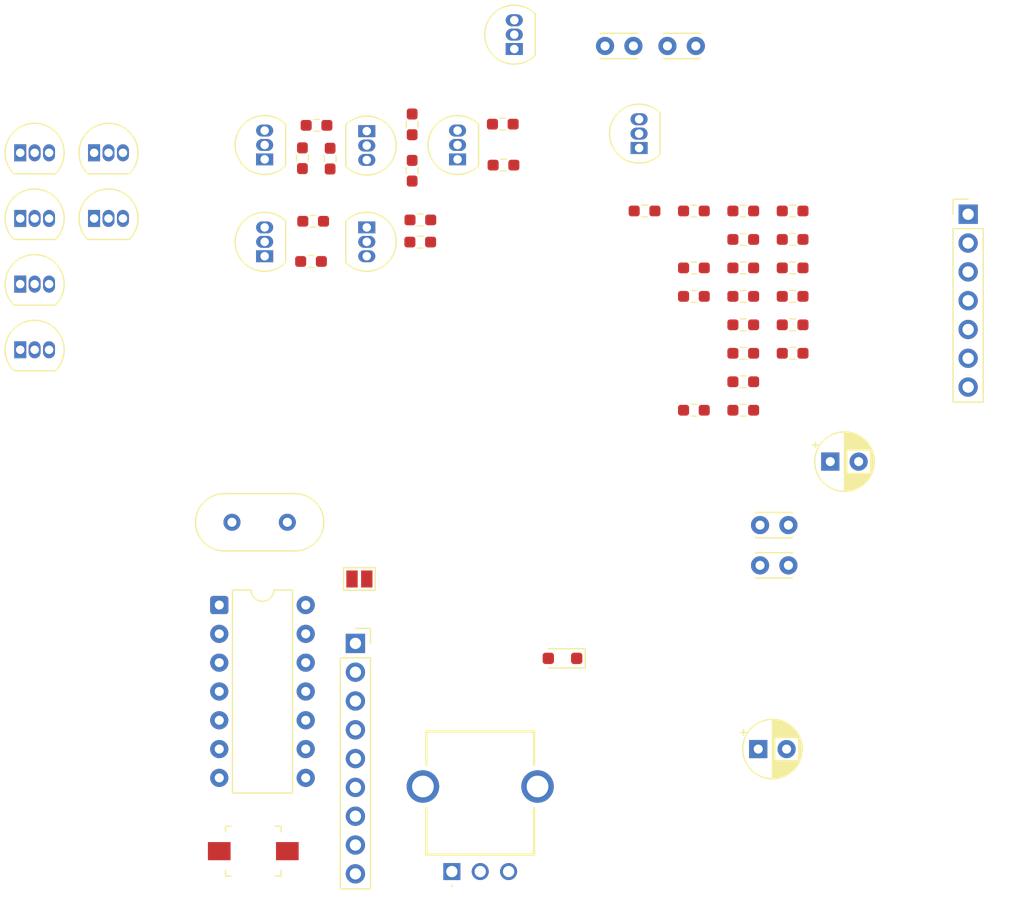
<source format=kicad_pcb>
(kicad_pcb (version 20241229) (generator "pcbnew") (generator_version "9.0")
  (layers (0 "F.Cu" signal) (2 "B.Cu" signal) (13 "F.Paste" user) (15 "B.Paste" user) (5 "F.SilkS" user "F.Silkscreen") (7 "B.SilkS" user "B.Silkscreen") (1 "F.Mask" user) (3 "B.Mask" user) (25 "Edge.Cuts" user))
  (net 0 "")
  (net 1 "Net-(Q11-B)")
  (net 2 "Net-(D11-A)")
  (net 3 "GND")
  (net 4 "+5V")
  (net 5 "U8_pin15")
  (net 6 "Net-(C39-Pad1)")
  (net 7 "Net-(U1-Oscillator_In)")
  (net 8 "Net-(C103-Pad1)")
  (net 9 "Net-(D11-K)")
  (net 10 "Vcc_OUT")
  (net 11 "SYNCH")
  (net 12 "AUDIO")
  (net 13 "RED")
  (net 14 "GREEN")
  (net 15 "BLUE")
  (net 16 "CHB")
  (net 17 "SYS_CLK_IN")
  (net 18 "ΦA")
  (net 19 "SYS_CLK_OUT")
  (net 20 "Y")
  (net 21 "ΦB")
  (net 22 "Vcc_IN")
  (net 23 "Net-(Q1-E)")
  (net 24 "Net-(Q2-C)")
  (net 25 "Net-(Q2-B)")
  (net 26 "Net-(Q2-E)")
  (net 27 "Net-(Q3-E)")
  (net 28 "Net-(Q4-E)")
  (net 29 "Net-(Q5-C)")
  (net 30 "Net-(Q5-E)")
  (net 31 "Net-(Q6-E)")
  (net 32 "Net-(Q7-E)")
  (net 33 "Net-(Q11-E)")
  (net 34 "Net-(Q8-E)")
  (net 35 "Net-(Q8-B)")
  (net 36 "Net-(Q10-B)")
  (net 37 "Net-(Q9-E)")
  (net 38 "Net-(Q11-C)")
  (net 39 "Net-(Q12-B)")
  (net 40 "SYNC")
  (footprint "Package_TO_SOT_THT:TO-92_Inline" (layer "F.Cu") (at 79.97 60.42)
    (property "Reference" "Q12")
    (property "Value" "BC559C")
    (pad "1" thru_hole rect (at 0 0) (size 1.05 1.5) (drill 0.75) (layers "*.Cu" "*.Mask") (net 36 "Net-(Q10-B)"))
    (pad "2" thru_hole oval (at 1.27 0) (size 1.05 1.5) (drill 0.75) (layers "*.Cu" "*.Mask") (net 39 "Net-(Q12-B)"))
    (pad "3" thru_hole oval (at 2.54 0) (size 1.05 1.5) (drill 0.75) (layers "*.Cu" "*.Mask") (net 3 "GND"))
  )
  (footprint "Capacitor_THT:CP_Radial_D5.0mm_P2.50mm" (layer "F.Cu") (at 138.5 113)
    (property "Reference" "C35")
    (property "Value" "10µF/16V")
    (pad "1" thru_hole rect (at 0 0) (size 1.6 1.6) (drill 0.8) (layers "*.Cu" "*.Mask") (net 2 "Net-(D11-A)"))
    (pad "2" thru_hole circle (at 2.5 0) (size 1.6 1.6) (drill 0.8) (layers "*.Cu" "*.Mask") (net 25 "Net-(Q2-B)"))
  )
  (footprint "Resistor_SMD:R_0603_1608Metric_Pad0.98x0.95mm_HandSolder" (layer "F.Cu") (at 99.572021 58)
    (property "Reference" "R28")
    (property "Value" "1KΩ")
    (pad "1" smd roundrect (at -0.9125 0) (size 0.975 0.95) (layers "F.Cu" "F.Mask" "F.Paste") (net 23 "Net-(Q1-E)"))
    (pad "2" smd roundrect (at 0.9125 0) (size 0.975 0.95) (layers "F.Cu" "F.Mask" "F.Paste") (net 24 "Net-(Q2-C)"))
  )
  (footprint "Resistor_SMD:R_0603_1608Metric_Pad0.98x0.95mm_HandSolder" (layer "F.Cu") (at 132.83 73.08)
    (property "Reference" "R36")
    (property "Value" "68Ω")
    (pad "1" smd roundrect (at -0.9125 0) (size 0.975 0.95) (layers "F.Cu" "F.Mask" "F.Paste") (net 13 "RED"))
    (pad "2" smd roundrect (at 0.9125 0) (size 0.975 0.95) (layers "F.Cu" "F.Mask" "F.Paste") (net 31 "Net-(Q6-E)"))
  )
  (footprint "Crystal:Crystal_HC49-U_Vertical" (layer "F.Cu") (at 97 93 180)
    (property "Reference" "X101")
    (property "Value" "3.579545MHz")
    (pad "1" thru_hole circle (at 0 0 180) (size 1.5 1.5) (drill 0.8) (layers "*.Cu" "*.Mask") (net 8 "Net-(C103-Pad1)"))
    (pad "2" thru_hole circle (at 4.88 0 180) (size 1.5 1.5) (drill 0.8) (layers "*.Cu" "*.Mask") (net 7 "Net-(U1-Oscillator_In)"))
  )
  (footprint "Capacitor_THT:C_Disc_D3.0mm_W2.0mm_P2.50mm" (layer "F.Cu") (at 130.5 51)
    (property "Reference" "C37")
    (property "Value" "100nF")
    (pad "1" thru_hole circle (at 0 0) (size 1.6 1.6) (drill 0.8) (layers "*.Cu" "*.Mask") (net 4 "+5V"))
    (pad "2" thru_hole circle (at 2.5 0) (size 1.6 1.6) (drill 0.8) (layers "*.Cu" "*.Mask") (net 3 "GND"))
  )
  (footprint "Package_TO_SOT_THT:TO-92_Inline" (layer "F.Cu") (at 73.46 72)
    (property "Reference" "Q9")
    (property "Value" "BC550C")
    (pad "1" thru_hole rect (at 0 0) (size 1.05 1.5) (drill 0.75) (layers "*.Cu" "*.Mask") (net 37 "Net-(Q9-E)"))
    (pad "2" thru_hole oval (at 1.27 0) (size 1.05 1.5) (drill 0.75) (layers "*.Cu" "*.Mask") (net 36 "Net-(Q10-B)"))
    (pad "3" thru_hole oval (at 2.54 0) (size 1.05 1.5) (drill 0.75) (layers "*.Cu" "*.Mask") (net 35 "Net-(Q8-B)"))
  )
  (footprint "Connector_PinSocket_2.54mm:PinSocket_1x09_P2.54mm_Vertical" (layer "F.Cu") (at 103 103.68)
    (property "Reference" "J2")
    (property "Value" "MC-10_Signals")
    (pad "1" thru_hole rect (at 0 0) (size 1.7 1.7) (drill 1) (layers "*.Cu" "*.Mask") (net 4 "+5V"))
    (pad "2" thru_hole oval (at 0 2.54) (size 1.7 1.7) (drill 1) (layers "*.Cu" "*.Mask") (net 17 "SYS_CLK_IN"))
    (pad "3" thru_hole oval (at 0 5.08) (size 1.7 1.7) (drill 1) (layers "*.Cu" "*.Mask") (net 19 "SYS_CLK_OUT"))
    (pad "4" thru_hole oval (at 0 7.62) (size 1.7 1.7) (drill 1) (layers "*.Cu" "*.Mask") (net 18 "ΦA"))
    (pad "5" thru_hole oval (at 0 10.16) (size 1.7 1.7) (drill 1) (layers "*.Cu" "*.Mask") (net 21 "ΦB"))
    (pad "6" thru_hole oval (at 0 12.7) (size 1.7 1.7) (drill 1) (layers "*.Cu" "*.Mask") (net 22 "Vcc_IN"))
    (pad "7" thru_hole oval (at 0 15.24) (size 1.7 1.7) (drill 1) (layers "*.Cu" "*.Mask") (net 3 "GND"))
    (pad "8" thru_hole oval (at 0 17.78) (size 1.7 1.7) (drill 1) (layers "*.Cu" "*.Mask") (net 16 "CHB"))
    (pad "9" thru_hole oval (at 0 20.32) (size 1.7 1.7) (drill 1) (layers "*.Cu" "*.Mask") (net 20 "Y"))
  )
  (footprint "Capacitor_THT:CP_Radial_D5.0mm_P2.50mm" (layer "F.Cu") (at 144.849775 87.65)
    (property "Reference" "C34")
    (property "Value" "10µF/16V")
    (pad "1" thru_hole rect (at 0 0) (size 1.6 1.6) (drill 0.8) (layers "*.Cu" "*.Mask") (net 2 "Net-(D11-A)"))
    (pad "2" thru_hole circle (at 2.5 0) (size 1.6 1.6) (drill 0.8) (layers "*.Cu" "*.Mask") (net 1 "Net-(Q11-B)"))
  )
  (footprint "Package_TO_SOT_THT:TO-92_Inline" (layer "F.Cu") (at 95 69.54 90)
    (property "Reference" "Q4")
    (property "Value" "BC550C")
    (pad "1" thru_hole rect (at 0 0 90) (size 1.05 1.5) (drill 0.75) (layers "*.Cu" "*.Mask") (net 28 "Net-(Q4-E)"))
    (pad "2" thru_hole oval (at 1.27 0 90) (size 1.05 1.5) (drill 0.75) (layers "*.Cu" "*.Mask") (net 18 "ΦA"))
    (pad "3" thru_hole oval (at 2.54 0 90) (size 1.05 1.5) (drill 0.75) (layers "*.Cu" "*.Mask") (net 4 "+5V"))
  )
  (footprint "Package_TO_SOT_THT:TO-92_Inline" (layer "F.Cu") (at 112 61 90)
    (property "Reference" "Q3")
    (property "Value" "BC550C")
    (pad "1" thru_hole rect (at 0 0 90) (size 1.05 1.5) (drill 0.75) (layers "*.Cu" "*.Mask") (net 27 "Net-(Q3-E)"))
    (pad "2" thru_hole oval (at 1.27 0 90) (size 1.05 1.5) (drill 0.75) (layers "*.Cu" "*.Mask") (net 26 "Net-(Q2-E)"))
    (pad "3" thru_hole oval (at 2.54 0 90) (size 1.05 1.5) (drill 0.75) (layers "*.Cu" "*.Mask") (net 4 "+5V"))
  )
  (footprint "Resistor_SMD:R_0603_1608Metric_Pad0.98x0.95mm_HandSolder" (layer "F.Cu") (at 128.48 65.55)
    (property "Reference" "R1")
    (property "Value" "100KΩ")
    (pad "1" smd roundrect (at -0.9125 0) (size 0.975 0.95) (layers "F.Cu" "F.Mask" "F.Paste") (net 4 "+5V"))
    (pad "2" smd roundrect (at 0.9125 0) (size 0.975 0.95) (layers "F.Cu" "F.Mask" "F.Paste") (net 7 "Net-(U1-Oscillator_In)"))
  )
  (footprint "Package_DIP:DIP-14_W7.62mm" (layer "F.Cu") (at 91 100.3)
    (property "Reference" "U1")
    (property "Value" "~")
    (pad "1" thru_hole roundrect (at 0 0) (size 1.6 1.6) (drill 0.8) (layers "*.Cu" "*.Mask") (roundrect_rratio 0.15625) (net 19 "SYS_CLK_OUT"))
    (pad "2" thru_hole circle (at 0 2.54) (size 1.6 1.6) (drill 0.8) (layers "*.Cu" "*.Mask") (net 7 "Net-(U1-Oscillator_In)"))
    (pad "3" thru_hole circle (at 0 5.08) (size 1.6 1.6) (drill 0.8) (layers "*.Cu" "*.Mask"))
    (pad "4" thru_hole circle (at 0 7.62) (size 1.6 1.6) (drill 0.8) (layers "*.Cu" "*.Mask") (net 3 "GND"))
    (pad "5" thru_hole circle (at 0 10.16) (size 1.6 1.6) (drill 0.8) (layers "*.Cu" "*.Mask"))
    (pad "6" thru_hole circle (at 0 12.7) (size 1.6 1.6) (drill 0.8) (layers "*.Cu" "*.Mask"))
    (pad "7" thru_hole circle (at 0 15.24) (size 1.6 1.6) (drill 0.8) (layers "*.Cu" "*.Mask"))
    (pad "8" thru_hole circle (at 7.62 15.24) (size 1.6 1.6) (drill 0.8) (layers "*.Cu" "*.Mask"))
    (pad "9" thru_hole circle (at 7.62 12.7) (size 1.6 1.6) (drill 0.8) (layers "*.Cu" "*.Mask"))
    (pad "10" thru_hole circle (at 7.62 10.16) (size 1.6 1.6) (drill 0.8) (layers "*.Cu" "*.Mask"))
    (pad "11" thru_hole circle (at 7.62 7.62) (size 1.6 1.6) (drill 0.8) (layers "*.Cu" "*.Mask") (net 4 "+5V"))
    (pad "12" thru_hole circle (at 7.62 5.08) (size 1.6 1.6) (drill 0.8) (layers "*.Cu" "*.Mask"))
    (pad "13" thru_hole circle (at 7.62 2.54) (size 1.6 1.6) (drill 0.8) (layers "*.Cu" "*.Mask"))
    (pad "14" thru_hole circle (at 7.62 0) (size 1.6 1.6) (drill 0.8) (layers "*.Cu" "*.Mask"))
  )
  (footprint "Package_TO_SOT_THT:TO-92_Inline" (layer "F.Cu") (at 104 58.511563 -90)
    (property "Reference" "Q2")
    (property "Value" "BC550C")
    (pad "1" thru_hole rect (at 0 0 270) (size 1.05 1.5) (drill 0.75) (layers "*.Cu" "*.Mask") (net 26 "Net-(Q2-E)"))
    (pad "2" thru_hole oval (at 1.27 0 270) (size 1.05 1.5) (drill 0.75) (layers "*.Cu" "*.Mask") (net 25 "Net-(Q2-B)"))
    (pad "3" thru_hole oval (at 2.54 0 270) (size 1.05 1.5) (drill 0.75) (layers "*.Cu" "*.Mask") (net 24 "Net-(Q2-C)"))
  )
  (footprint "Resistor_SMD:R_0603_1608Metric_Pad0.98x0.95mm_HandSolder" (layer "F.Cu") (at 141.53 68.06)
    (property "Reference" "R51")
    (property "Value" "330Ω")
    (pad "1" smd roundrect (at -0.9125 0) (size 0.975 0.95) (layers "F.Cu" "F.Mask" "F.Paste") (net 34 "Net-(Q8-E)"))
    (pad "2" smd roundrect (at 0.9125 0) (size 0.975 0.95) (layers "F.Cu" "F.Mask" "F.Paste") (net 3 "GND"))
  )
  (footprint "Resistor_SMD:R_0603_1608Metric_Pad0.98x0.95mm_HandSolder" (layer "F.Cu") (at 108 62 -90)
    (property "Reference" "R26")
    (property "Value" "12KΩ")
    (pad "1" smd roundrect (at -0.9125 0 270) (size 0.975 0.95) (layers "F.Cu" "F.Mask" "F.Paste") (net 25 "Net-(Q2-B)"))
    (pad "2" smd roundrect (at 0.9125 0 270) (size 0.975 0.95) (layers "F.Cu" "F.Mask" "F.Paste") (net 16 "CHB"))
  )
  (footprint "Capacitor_SMD:C_Trimmer_Murata_TZB4-B" (layer "F.Cu") (at 94 122)
    (property "Reference" "C102")
    (property "Value" "20pF")
    (pad "1" smd rect (at -3 0) (size 2 1.6) (layers "F.Cu" "F.Mask" "F.Paste") (net 7 "Net-(U1-Oscillator_In)"))
    (pad "2" smd rect (at 3 0) (size 2 1.6) (layers "F.Cu" "F.Mask" "F.Paste") (net 3 "GND"))
  )
  (footprint "Resistor_SMD:R_0603_1608Metric_Pad0.98x0.95mm_HandSolder" (layer "F.Cu") (at 116.048652 61.505609 180)
    (property "Reference" "R32")
    (property "Value" "68Ω")
    (pad "1" smd roundrect (at -0.9125 0 180) (size 0.975 0.95) (layers "F.Cu" "F.Mask" "F.Paste") (net 15 "BLUE"))
    (pad "2" smd roundrect (at 0.9125 0 180) (size 0.975 0.95) (layers "F.Cu" "F.Mask" "F.Paste") (net 27 "Net-(Q3-E)"))
  )
  (footprint "Package_TO_SOT_THT:TO-92_Inline" (layer "F.Cu") (at 128 60 90)
    (property "Reference" "Q11")
    (property "Value" "BC550C")
    (pad "1" thru_hole rect (at 0 0 90) (size 1.05 1.5) (drill 0.75) (layers "*.Cu" "*.Mask") (net 33 "Net-(Q11-E)"))
    (pad "2" thru_hole oval (at 1.27 0 90) (size 1.05 1.5) (drill 0.75) (layers "*.Cu" "*.Mask") (net 1 "Net-(Q11-B)"))
    (pad "3" thru_hole oval (at 2.54 0 90) (size 1.05 1.5) (drill 0.75) (layers "*.Cu" "*.Mask") (net 38 "Net-(Q11-C)"))
  )
  (footprint "Resistor_SMD:R_0603_1608Metric_Pad0.98x0.95mm_HandSolder" (layer "F.Cu") (at 141.53 75.59)
    (property "Reference" "R57")
    (property "Value" "10KΩ")
    (pad "1" smd roundrect (at -0.9125 0) (size 0.975 0.95) (layers "F.Cu" "F.Mask" "F.Paste") (net 3 "GND"))
    (pad "2" smd roundrect (at 0.9125 0) (size 0.975 0.95) (layers "F.Cu" "F.Mask" "F.Paste") (net 12 "AUDIO"))
  )
  (footprint "Resistor_SMD:R_0603_1608Metric_Pad0.98x0.95mm_HandSolder" (layer "F.Cu") (at 99.0875 70 180)
    (property "Reference" "R37")
    (property "Value" "4.7KΩ")
    (pad "1" smd roundrect (at -0.9125 0 180) (size 0.975 0.95) (layers "F.Cu" "F.Mask" "F.Paste") (net 3 "GND"))
    (pad "2" smd roundrect (at 0.9125 0 180) (size 0.975 0.95) (layers "F.Cu" "F.Mask" "F.Paste") (net 28 "Net-(Q4-E)"))
  )
  (footprint "Connector_PinHeader_2.54mm:PinHeader_1x07_P2.54mm_Vertical" (layer "F.Cu") (at 157 65.84)
    (property "Reference" "J1")
    (property "Value" "RGBS_Output")
    (pad "1" thru_hole rect (at 0 0) (size 1.7 1.7) (drill 1) (layers "*.Cu" "*.Mask") (net 10 "Vcc_OUT"))
    (pad "2" thru_hole oval (at 0 2.54) (size 1.7 1.7) (drill 1) (layers "*.Cu" "*.Mask") (net 3 "GND"))
    (pad "3" thru_hole oval (at 0 5.08) (size 1.7 1.7) (drill 1) (layers "*.Cu" "*.Mask") (net 13 "RED"))
    (pad "4" thru_hole oval (at 0 7.62) (size 1.7 1.7) (drill 1) (layers "*.Cu" "*.Mask") (net 11 "SYNCH"))
    (pad "5" thru_hole oval (at 0 10.16) (size 1.7 1.7) (drill 1) (layers "*.Cu" "*.Mask") (net 14 "GREEN"))
    (pad "6" thru_hole oval (at 0 12.7) (size 1.7 1.7) (drill 1) (layers "*.Cu" "*.Mask") (net 12 "AUDIO"))
    (pad "7" thru_hole oval (at 0 15.24) (size 1.7 1.7) (drill 1) (layers "*.Cu" "*.Mask") (net 15 "BLUE"))
  )
  (footprint "Resistor_SMD:R_0603_1608Metric_Pad0.98x0.95mm_HandSolder" (layer "F.Cu") (at 137.18 75.59)
    (property "Reference" "R46")
    (property "Value" "330Ω")
    (pad "1" smd roundrect (at -0.9125 0) (size 0.975 0.95) (layers "F.Cu" "F.Mask" "F.Paste") (net 3 "GND"))
    (pad "2" smd roundrect (at 0.9125 0) (size 0.975 0.95) (layers "F.Cu" "F.Mask" "F.Paste") (net 38 "Net-(Q11-C)"))
  )
  (footprint "Resistor_SMD:R_0603_1608Metric_Pad0.98x0.95mm_HandSolder" (layer "F.Cu") (at 141.53 65.55)
    (property "Reference" "R50")
    (property "Value" "1KΩ")
    (pad "1" smd roundrect (at -0.9125 0) (size 0.975 0.95) (layers "F.Cu" "F.Mask" "F.Paste") (net 37 "Net-(Q9-E)"))
    (pad "2" smd roundrect (at 0.9125 0) (size 0.975 0.95) (layers "F.Cu" "F.Mask" "F.Paste") (net 3 "GND"))
  )
  (footprint "Resistor_SMD:R_0603_1608Metric_Pad0.98x0.95mm_HandSolder" (layer "F.Cu") (at 137.18 70.57)
    (property "Reference" "R43")
    (property "Value" "3.3KΩ")
    (pad "1" smd roundrect (at -0.9125 0) (size 0.975 0.95) (layers "F.Cu" "F.Mask" "F.Paste") (net 4 "+5V"))
    (pad "2" smd roundrect (at 0.9125 0) (size 0.975 0.95) (layers "F.Cu" "F.Mask" "F.Paste") (net 33 "Net-(Q11-E)"))
  )
  (footprint "Resistor_SMD:R_0603_1608Metric_Pad0.98x0.95mm_HandSolder" (layer "F.Cu") (at 141.53 78.1)
    (property "Reference" "R101")
    (property "Value" "56KΩ")
    (pad "1" smd roundrect (at -0.9125 0) (size 0.975 0.95) (layers "F.Cu" "F.Mask" "F.Paste") (net 8 "Net-(C103-Pad1)"))
    (pad "2" smd roundrect (at 0.9125 0) (size 0.975 0.95) (layers "F.Cu" "F.Mask" "F.Paste") (net 19 "SYS_CLK_OUT"))
  )
  (footprint "Resistor_SMD:R_0603_1608Metric_Pad0.98x0.95mm_HandSolder" (layer "F.Cu") (at 141.53 73.08)
    (property "Reference" "R56")
    (property "Value" "47KΩ")
    (pad "1" smd roundrect (at -0.9125 0) (size 0.975 0.95) (layers "F.Cu" "F.Mask" "F.Paste") (net 12 "AUDIO"))
    (pad "2" smd roundrect (at 0.9125 0) (size 0.975 0.95) (layers "F.Cu" "F.Mask" "F.Paste") (net 6 "Net-(C39-Pad1)"))
  )
  (footprint "Resistor_SMD:R_0603_1608Metric_Pad0.98x0.95mm_HandSolder" (layer "F.Cu") (at 115.987836 57.893153)
    (property "Reference" "R31")
    (property "Value" "330Ω")
    (pad "1" smd roundrect (at -0.9125 0) (size 0.975 0.95) (layers "F.Cu" "F.Mask" "F.Paste") (net 27 "Net-(Q3-E)"))
    (pad "2" smd roundrect (at 0.9125 0) (size 0.975 0.95) (layers "F.Cu" "F.Mask" "F.Paste") (net 3 "GND"))
  )
  (footprint "Capacitor_THT:C_Disc_D3.0mm_W2.0mm_P2.50mm" (layer "F.Cu") (at 125 51)
    (property "Reference" "C36")
    (property "Value" "100nF")
    (pad "1" thru_hole circle (at 0 0) (size 1.6 1.6) (drill 0.8) (layers "*.Cu" "*.Mask") (net 4 "+5V"))
    (pad "2" thru_hole circle (at 2.5 0) (size 1.6 1.6) (drill 0.8) (layers "*.Cu" "*.Mask") (net 3 "GND"))
  )
  (footprint "Clueless_Engineer:PTN091V10115K1B" (layer "F.Cu") (at 111.5 123.8)
    (property "Reference" "R45")
    (property "Value" "10KΩ" (hide yes))
    (pad "1" thru_hole rect (at 0 0) (size 1.5 1.5) (drill 1) (layers "*.Cu" "*.Mask") (net 4 "+5V"))
    (pad "2" thru_hole circle (at 2.5 0) (size 1.5 1.5) (drill 1) (layers "*.Cu" "*.Mask") (net 39 "Net-(Q12-B)"))
    (pad "3" thru_hole circle (at 5 0) (size 1.5 1.5) (drill 1) (layers "*.Cu" "*.Mask") (net 17 "SYS_CLK_IN"))
    (pad "4" thru_hole circle (at -2.55 -7.5) (size 2.865 2.865) (drill 1.91) (layers "*.Cu" "*.Mask"))
    (pad "5" thru_hole circle (at 7.55 -7.5) (size 2.865 2.865) (drill 1.91) (layers "*.Cu" "*.Mask"))
  )
  (footprint "Diode_SMD:D_SOD-323_HandSoldering" (layer "F.Cu") (at 121.25 105 180)
    (property "Reference" "D11")
    (property "Value" "1N4148")
    (pad "1" smd roundrect (at -1.25 0 180) (size 1 1) (layers "F.Cu" "F.Mask" "F.Paste") (net 9 "Net-(D11-K)"))
    (pad "2" smd roundrect (at 1.25 0 180) (size 1 1) (layers "F.Cu" "F.Mask" "F.Paste") (net 2 "Net-(D11-A)"))
  )
  (footprint "Resistor_SMD:R_0603_1608Metric_Pad0.98x0.95mm_HandSolder" (layer "F.Cu") (at 108 57.9125 -90)
    (property "Reference" "R29")
    (property "Value" "3.3KΩ")
    (pad "1" smd roundrect (at -0.9125 0 270) (size 0.975 0.95) (layers "F.Cu" "F.Mask" "F.Paste") (net 4 "+5V"))
    (pad "2" smd roundrect (at 0.9125 0 270) (size 0.975 0.95) (layers "F.Cu" "F.Mask" "F.Paste") (net 26 "Net-(Q2-E)"))
  )
  (footprint "Package_TO_SOT_THT:TO-92_Inline" (layer "F.Cu") (at 73.46 77.79)
    (property "Reference" "Q10")
    (property "Value" "BC559C")
    (pad "1" thru_hole rect (at 0 0) (size 1.05 1.5) (drill 0.75) (layers "*.Cu" "*.Mask") (net 2 "Net-(D11-A)"))
    (pad "2" thru_hole oval (at 1.27 0) (size 1.05 1.5) (drill 0.75) (layers "*.Cu" "*.Mask") (net 36 "Net-(Q10-B)"))
    (pad "3" thru_hole oval (at 2.54 0) (size 1.05 1.5) (drill 0.75) (layers "*.Cu" "*.Mask") (net 3 "GND"))
  )
  (footprint "Resistor_SMD:R_0603_1608Metric_Pad0.98x0.95mm_HandSolder" (layer "F.Cu") (at 100.771266 60.933262 90)
    (property "Reference" "R30")
    (property "Value" "1KΩ")
    (pad "1" smd roundrect (at -0.9125 0 90) (size 0.975 0.95) (layers "F.Cu" "F.Mask" "F.Paste") (net 3 "GND"))
    (pad "2" smd roundrect (at 0.9125 0 90) (size 0.975 0.95) (layers "F.Cu" "F.Mask" "F.Paste") (net 24 "Net-(Q2-C)"))
  )
  (footprint "Resistor_SMD:R_0603_1608Metric_Pad0.98x0.95mm_HandSolder" (layer "F.Cu") (at 137.18 73.08)
    (property "Reference" "R44")
    (property "Value" "4.7KΩ")
    (pad "1" smd roundrect (at -0.9125 0) (size 0.975 0.95) (layers "F.Cu" "F.Mask" "F.Paste") (net 4 "+5V"))
    (pad "2" smd roundrect (at 0.9125 0) (size 0.975 0.95) (layers "F.Cu" "F.Mask" "F.Paste") (net 36 "Net-(Q10-B)"))
  )
  (footprint "Resistor_SMD:R_0603_1608Metric_Pad0.98x0.95mm_HandSolder" (layer "F.Cu") (at 141.53 70.57)
    (property "Reference" "R52")
    (property "Value" "68Ω")
    (pad "1" smd roundrect (at -0.9125 0) (size 0.975 0.95) (layers "F.Cu" "F.Mask" "F.Paste") (net 34 "Net-(Q8-E)"))
    (pad "2" smd roundrect (at 0.9125 0) (size 0.975 0.95) (layers "F.Cu" "F.Mask" "F.Paste") (net 40 "SYNC"))
  )
  (footprint "Resistor_SMD:R_0603_1608Metric_Pad0.98x0.95mm_HandSolder" (layer "F.Cu") (at 132.83 70.57)
    (property "Reference" "R35")
    (property "Value" "330Ω")
    (pad "1" smd roundrect (at -0.9125 0) (size 0.975 0.95) (layers "F.Cu" "F.Mask" "F.Paste") (net 31 "Net-(Q6-E)"))
    (pad "2" smd roundrect (at 0.9125 0) (size 0.975 0.95) (layers "F.Cu" "F.Mask" "F.Paste") (net 3 "GND"))
  )
  (footprint "Resistor_SMD:R_0603_1608Metric_Pad0.98x0.95mm_HandSolder" (layer "F.Cu") (at 132.83 65.55)
    (property "Reference" "R33")
    (property "Value" "22KΩ")
    (pad "1" smd roundrect (at -0.9125 0) (size 0.975 0.95) (layers "F.Cu" "F.Mask" "F.Paste") (net 16 "CHB"))
    (pad "2" smd roundrect (at 0.9125 0) (size 0.975 0.95) (layers "F.Cu" "F.Mask" "F.Paste") (net 1 "Net-(Q11-B)"))
  )
  (footprint "Package_TO_SOT_THT:TO-92_Inline" (layer "F.Cu") (at 104 67 -90)
    (property "Reference" "Q5")
    (property "Value" "BC550C")
    (pad "1" thru_hole rect (at 0 0 270) (size 1.05 1.5) (drill 0.75) (layers "*.Cu" "*.Mask") (net 30 "Net-(Q5-E)"))
    (pad "2" thru_hole oval (at 1.27 0 270) (size 1.05 1.5) (drill 0.75) (layers "*.Cu" "*.Mask") (net 25 "Net-(Q2-B)"))
    (pad "3" thru_hole oval (at 2.54 0 270) (size 1.05 1.5) (drill 0.75) (layers "*.Cu" "*.Mask") (net 29 "Net-(Q5-C)"))
  )
  (footprint "Package_TO_SOT_THT:TO-92_Inline" (layer "F.Cu") (at 73.46 66.21)
    (property "Reference" "Q8")
    (property "Value" "BC550C")
    (pad "1" thru_hole rect (at 0 0) (size 1.05 1.5) (drill 0.75) (layers "*.Cu" "*.Mask") (net 34 "Net-(Q8-E)"))
    (pad "2" thru_hole oval (at 1.27 0) (size 1.05 1.5) (drill 0.75) (layers "*.Cu" "*.Mask") (net 35 "Net-(Q8-B)"))
    (pad "3" thru_hole oval (at 2.54 0) (size 1.05 1.5) (drill 0.75) (layers "*.Cu" "*.Mask") (net 4 "+5V"))
  )
  (footprint "Resistor_SMD:R_0603_1608Metric_Pad0.98x0.95mm_HandSolder" (layer "F.Cu") (at 132.83 83.12)
    (property "Reference" "R40")
    (property "Value" "330Ω")
    (pad "1" smd roundrect (at -0.9125 0) (size 0.975 0.95) (layers "F.Cu" "F.Mask" "F.Paste") (net 32 "Net-(Q7-E)"))
    (pad "2" smd roundrect (at 0.9125 0) (size 0.975 0.95) (layers "F.Cu" "F.Mask" "F.Paste") (net 3 "GND"))
  )
  (footprint "Resistor_SMD:R_0603_1608Metric_Pad0.98x0.95mm_HandSolder" (layer "F.Cu") (at 98.328574 60.897602 90)
    (property "Reference" "R27")
    (property "Value" "4.7KΩ")
    (pad "1" smd roundrect (at -0.9125 0 90) (size 0.975 0.95) (layers "F.Cu" "F.Mask" "F.Paste") (net 3 "GND"))
    (pad "2" smd roundrect (at 0.9125 0 90) (size 0.975 0.95) (layers "F.Cu" "F.Mask" "F.Paste") (net 23 "Net-(Q1-E)"))
  )
  (footprint "Package_TO_SOT_THT:TO-92_Inline" (layer "F.Cu") (at 73.46 60.42)
    (property "Reference" "Q7")
    (property "Value" "BC550C")
    (pad "1" thru_hole rect (at 0 0) (size 1.05 1.5) (drill 0.75) (layers "*.Cu" "*.Mask") (net 32 "Net-(Q7-E)"))
    (pad "2" thru_hole oval (at 1.27 0) (size 1.05 1.5) (drill 0.75) (layers "*.Cu" "*.Mask") (net 33 "Net-(Q11-E)"))
    (pad "3" thru_hole oval (at 2.54 0) (size 1.05 1.5) (drill 0.75) (layers "*.Cu" "*.Mask") (net 4 "+5V"))
  )
  (footprint "Capacitor_THT:C_Disc_D3.0mm_W2.0mm_P2.50mm" (layer "F.Cu") (at 138.66 93.25)
    (property "Reference" "C39")
    (property "Value" "22nF")
    (pad "1" thru_hole circle (at 0 0) (size 1.6 1.6) (drill 0.8) (layers "*.Cu" "*.Mask") (net 6 "Net-(C39-Pad1)"))
    (pad "2" thru_hole circle (at 2.5 0) (size 1.6 1.6) (drill 0.8) (layers "*.Cu" "*.Mask") (net 5 "U8_pin15"))
  )
  (footprint "Resistor_SMD:R_0603_1608Metric_Pad0.98x0.95mm_HandSolder" (layer "F.Cu") (at 137.18 65.55)
    (property "Reference" "R41")
    (property "Value" "68Ω")
    (pad "1" smd roundrect (at -0.9125 0) (size 0.975 0.95) (layers "F.Cu" "F.Mask" "F.Paste") (net 32 "Net-(Q7-E)"))
    (pad "2" smd roundrect (at 0.9125 0) (size 0.975 0.95) (layers "F.Cu" "F.Mask" "F.Paste") (net 14 "GREEN"))
  )
  (footprint "Package_TO_SOT_THT:TO-92_Inline" (layer "F.Cu") (at 95 61 90)
    (property "Reference" "Q1")
    (property "Value" "BC550C")
    (pad "1" thru_hole rect (at 0 0 90) (size 1.05 1.5) (drill 0.75) (layers "*.Cu" "*.Mask") (net 23 "Net-(Q1-E)"))
    (pad "2" thru_hole oval (at 1.27 0 90) (size 1.05 1.5) (drill 0.75) (layers "*.Cu" "*.Mask") (net 21 "ΦB"))
    (pad "3" thru_hole oval (at 2.54 0 90) (size 1.05 1.5) (drill 0.75) (layers "*.Cu" "*.Mask") (net 4 "+5V"))
  )
  (footprint "Resistor_SMD:R_0603_1608Metric_Pad0.98x0.95mm_HandSolder" (layer "F.Cu") (at 137.18 68.06)
    (property "Reference" "R42")
    (property "Value" "4.7KΩ")
    (pad "1" smd roundrect (at -0.9125 0) (size 0.975 0.95) (layers "F.Cu" "F.Mask" "F.Paste") (net 4 "+5V"))
    (pad "2" smd roundrect (at 0.9125 0) (size 0.975 0.95) (layers "F.Cu" "F.Mask" "F.Paste") (net 2 "Net-(D11-A)"))
  )
  (footprint "Resistor_SMD:R_0603_1608Metric_Pad0.98x0.95mm_HandSolder" (layer "F.Cu") (at 108.722509 66.339291 180)
    (property "Reference" "R34")
    (property "Value" "3.3KΩ")
    (pad "1" smd roundrect (at -0.9125 0 180) (size 0.975 0.95) (layers "F.Cu" "F.Mask" "F.Paste") (net 4 "+5V"))
    (pad "2" smd roundrect (at 0.9125 0 180) (size 0.975 0.95) (layers "F.Cu" "F.Mask" "F.Paste") (net 30 "Net-(Q5-E)"))
  )
  (footprint "Capacitor_THT:C_Disc_D3.0mm_W2.0mm_P2.50mm" (layer "F.Cu") (at 138.66 96.8)
    (property "Reference" "C103")
    (property "Value" "56pF")
    (pad "1" thru_hole circle (at 0 0) (size 1.6 1.6) (drill 0.8) (layers "*.Cu" "*.Mask") (net 8 "Net-(C103-Pad1)"))
    (pad "2" thru_hole circle (at 2.5 0) (size 1.6 1.6) (drill 0.8) (layers "*.Cu" "*.Mask") (net 3 "GND"))
  )
  (footprint "Resistor_SMD:R_0603_1608Metric_Pad0.98x0.95mm_HandSolder" (layer "F.Cu") (at 137.18 80.61)
    (property "Reference" "R48")
    (property "Value" "1KΩ")
    (pad "1" smd roundrect (at -0.9125 0) (size 0.975 0.95) (layers "F.Cu" "F.Mask" "F.Paste") (net 9 "Net-(D11-K)"))
    (pad "2" smd roundrect (at 0.9125 0) (size 0.975 0.95) (layers "F.Cu" "F.Mask" "F.Paste") (net 3 "GND"))
  )
  (footprint "Resistor_SMD:R_0603_1608Metric_Pad0.98x0.95mm_HandSolder" (layer "F.Cu") (at 108.711801 68.291582 180)
    (property "Reference" "R39")
    (property "Value" "1KΩ")
    (pad "1" smd roundrect (at -0.9125 0 180) (size 0.975 0.95) (layers "F.Cu" "F.Mask" "F.Paste") (net 3 "GND"))
    (pad "2" smd roundrect (at 0.9125 0 180) (size 0.975 0.95) (layers "F.Cu" "F.Mask" "F.Paste") (net 25 "Net-(Q2-B)"))
  )
  (footprint "Jumper:SolderJumper-2_P1.3mm_Open_Pad1.0x1.5mm" (layer "F.Cu") (at 103.35 98)
    (property "Reference" "JP1")
    (property "Value" "12V_to_DIN")
    (pad "1" smd rect (at -0.65 0) (size 1 1.5) (layers "F.Cu" "F.Mask") (net 22 "Vcc_IN"))
    (pad "2" smd rect (at 0.65 0) (size 1 1.5) (layers "F.Cu" "F.Mask") (net 10 "Vcc_OUT"))
  )
  (footprint "Resistor_SMD:R_0603_1608Metric_Pad0.98x0.95mm_HandSolder" (layer "F.Cu") (at 99.274604 66.45805)
    (property "Reference" "R38")
    (property "Value" "560Ω")
    (pad "1" smd roundrect (at -0.9125 0) (size 0.975 0.95) (layers "F.Cu" "F.Mask" "F.Paste") (net 28 "Net-(Q4-E)"))
    (pad "2" smd roundrect (at 0.9125 0) (size 0.975 0.95) (layers "F.Cu" "F.Mask" "F.Paste") (net 29 "Net-(Q5-C)"))
  )
  (footprint "Resistor_SMD:R_0603_1608Metric_Pad0.98x0.95mm_HandSolder" (layer "F.Cu") (at 137.18 78.1)
    (property "Reference" "R47")
    (property "Value" "3.9KΩ")
    (pad "1" smd roundrect (at -0.9125 0) (size 0.975 0.95) (layers "F.Cu" "F.Mask" "F.Paste") (net 4 "+5V"))
    (pad "2" smd roundrect (at 0.9125 0) (size 0.975 0.95) (layers "F.Cu" "F.Mask" "F.Paste") (net 9 "Net-(D11-K)"))
  )
  (footprint "Resistor_SMD:R_0603_1608Metric_Pad0.98x0.95mm_HandSolder" (layer "F.Cu") (at 137.18 83.12)
    (property "Reference" "R49")
    (property "Value" "3.3KΩ")
    (pad "1" smd roundrect (at -0.9125 0) (size 0.975 0.95) (layers "F.Cu" "F.Mask" "F.Paste") (net 4 "+5V"))
    (pad "2" smd roundrect (at 0.9125 0) (size 0.975 0.95) (layers "F.Cu" "F.Mask" "F.Paste") (net 35 "Net-(Q8-B)"))
  )
  (footprint "Package_TO_SOT_THT:TO-92_Inline" (layer "F.Cu") (at 117 51.27 90)
    (property "Reference" "Q6")
    (property "Value" "BC550C")
    (pad "1" thru_hole rect (at 0 0 90) (size 1.05 1.5) (drill 0.75) (layers "*.Cu" "*.Mask") (net 31 "Net-(Q6-E)"))
    (pad "2" thru_hole oval (at 1.27 0 90) (size 1.05 1.5) (drill 0.75) (layers "*.Cu" "*.Mask") (net 30 "Net-(Q5-E)"))
    (pad "3" thru_hole oval (at 2.54 0 90) (size 1.05 1.5) (drill 0.75) (layers "*.Cu" "*.Mask") (net 4 "+5V"))
  )
  (footprint "Package_TO_SOT_THT:TO-92_Inline" (layer "F.Cu") (at 79.97 66.21)
    (property "Reference" "Q13")
    (property "Value" "BC559C")
    (pad "1" thru_hole rect (at 0 0) (size 1.05 1.5) (drill 0.75) (layers "*.Cu" "*.Mask") (net 36 "Net-(Q10-B)"))
    (pad "2" thru_hole oval (at 1.27 0) (size 1.05 1.5) (drill 0.75) (layers "*.Cu" "*.Mask") (net 20 "Y"))
    (pad "3" thru_hole oval (at 2.54 0) (size 1.05 1.5) (drill 0.75) (layers "*.Cu" "*.Mask") (net 3 "GND"))
  )
)
</source>
